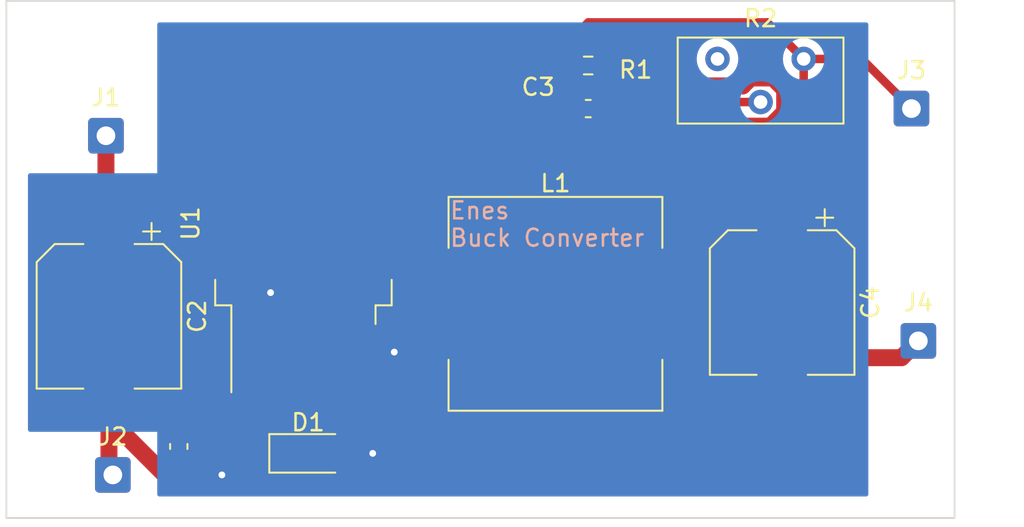
<source format=kicad_pcb>
(kicad_pcb (version 20221018) (generator pcbnew)
  (layers (0 "F.Cu" signal) (31 "B.Cu" signal) (34 "B.Paste" user) (35 "F.Paste" user) (36 "B.SilkS" user "B.Silkscreen") (37 "F.SilkS" user "F.Silkscreen") (38 "B.Mask" user) (39 "F.Mask" user) (44 "Edge.Cuts" user))
  (net 0 "")
  (net 1 "Net-(J1-Pin_1)")
  (net 2 "GND")
  (net 3 "Net-(U1-FB)")
  (net 4 "Net-(J3-Pin_1)")
  (net 5 "Net-(D1-K)")
  (footprint "Capacitor_SMD:CP_Elec_8x10" (layer "F.Cu") (at 134.62 119.38 -90)
    (fp_text reference "C4" (at 0 -5.2 90) (layer "F.SilkS"))
    (fp_text value "220u")
    (fp_line (start -5.5 -2.51) (end -4.5 -2.51) (stroke (width 0.12)) (layer "F.SilkS"))
    (fp_line (start -5 -3.01) (end -5 -2.01) (stroke (width 0.12)) (layer "F.SilkS"))
    (fp_line (start -4.26 -3.195563) (end -4.26 -1.51) (stroke (width 0.12)) (layer "F.SilkS"))
    (fp_line (start -4.26 -3.195563) (end -3.195563 -4.26) (stroke (width 0.12)) (layer "F.SilkS"))
    (fp_line (start -4.26 3.195563) (end -4.26 1.51) (stroke (width 0.12)) (layer "F.SilkS"))
    (fp_line (start -4.26 3.195563) (end -3.195563 4.26) (stroke (width 0.12)) (layer "F.SilkS"))
    (fp_line (start -3.195563 -4.26) (end 4.26 -4.26) (stroke (width 0.12)) (layer "F.SilkS"))
    (fp_line (start -3.195563 4.26) (end 4.26 4.26) (stroke (width 0.12)) (layer "F.SilkS"))
    (fp_line (start 4.26 -4.26) (end 4.26 -1.51) (stroke (width 0.12)) (layer "F.SilkS"))
    (fp_line (start 4.26 4.26) (end 4.26 1.51) (stroke (width 0.12)) (layer "F.SilkS"))
    (pad "1" smd roundrect (at -3.25 0 270) (size 3.5 2.5) (layers "F.Cu" "F.Paste" "F.Mask") (roundrect_rratio 0.1) (net 4 "Net-(J3-Pin_1)"))
    (pad "2" smd roundrect (at 3.25 0 270) (size 3.5 2.5) (layers "F.Cu" "F.Paste" "F.Mask") (roundrect_rratio 0.1) (net 2 "GND"))
  )
  (footprint "Diode_SMD:D_1206_3216Metric" (layer "F.Cu") (at 106.68 128.27)
    (fp_text reference "D1" (at 0 -1.82) (layer "F.SilkS"))
    (fp_text value "1N5822")
    (fp_line (start -2.285 -1.135) (end -2.285 1.135) (stroke (width 0.12)) (layer "F.SilkS"))
    (fp_line (start -2.285 1.135) (end 1.6 1.135) (stroke (width 0.12)) (layer "F.SilkS"))
    (fp_line (start 1.6 -1.135) (end -2.285 -1.135) (stroke (width 0.12)) (layer "F.SilkS"))
    (pad "1" smd roundrect (at -1.4 0) (size 1.25 1.75) (layers "F.Cu" "F.Paste" "F.Mask") (roundrect_rratio 0.2) (net 5 "Net-(D1-K)"))
    (pad "2" smd roundrect (at 1.4 0) (size 1.25 1.75) (layers "F.Cu" "F.Paste" "F.Mask") (roundrect_rratio 0.2) (net 2 "GND"))
  )
  (footprint "Connector_Wire:SolderWire-0.5sqmm_1x01_D0.9mm_OD2.1mm" (layer "F.Cu") (at 94.7674 109.5502)
    (fp_text reference "J1" (at 0 -2.25) (layer "F.SilkS"))
    (fp_text value "Conn_01x01_Pin")
    (pad "1" thru_hole roundrect (at 0 0) (size 2.1 2.1) (drill 1.1) (layers "*.Cu" "*.Mask") (roundrect_rratio 0.119048) (net 1 "Net-(J1-Pin_1)"))
  )
  (footprint "Connector_Wire:SolderWire-0.5sqmm_1x01_D0.9mm_OD2.1mm" (layer "F.Cu") (at 142.24 107.95)
    (fp_text reference "J3" (at 0 -2.25) (layer "F.SilkS"))
    (fp_text value "Conn_01x01_Pin")
    (pad "1" thru_hole roundrect (at 0 0) (size 2.1 2.1) (drill 1.1) (layers "*.Cu" "*.Mask") (roundrect_rratio 0.119048) (net 4 "Net-(J3-Pin_1)"))
  )
  (footprint "Capacitor_SMD:CP_Elec_8x10" (layer "F.Cu") (at 94.9452 120.1928 -90)
    (fp_text reference "C2" (at 0 -5.2 90) (layer "F.SilkS"))
    (fp_text value "100u")
    (fp_line (start -5.5 -2.51) (end -4.5 -2.51) (stroke (width 0.12)) (layer "F.SilkS"))
    (fp_line (start -5 -3.01) (end -5 -2.01) (stroke (width 0.12)) (layer "F.SilkS"))
    (fp_line (start -4.26 -3.195563) (end -4.26 -1.51) (stroke (width 0.12)) (layer "F.SilkS"))
    (fp_line (start -4.26 -3.195563) (end -3.195563 -4.26) (stroke (width 0.12)) (layer "F.SilkS"))
    (fp_line (start -4.26 3.195563) (end -4.26 1.51) (stroke (width 0.12)) (layer "F.SilkS"))
    (fp_line (start -4.26 3.195563) (end -3.195563 4.26) (stroke (width 0.12)) (layer "F.SilkS"))
    (fp_line (start -3.195563 -4.26) (end 4.26 -4.26) (stroke (width 0.12)) (layer "F.SilkS"))
    (fp_line (start -3.195563 4.26) (end 4.26 4.26) (stroke (width 0.12)) (layer "F.SilkS"))
    (fp_line (start 4.26 -4.26) (end 4.26 -1.51) (stroke (width 0.12)) (layer "F.SilkS"))
    (fp_line (start 4.26 4.26) (end 4.26 1.51) (stroke (width 0.12)) (layer "F.SilkS"))
    (pad "1" smd roundrect (at -3.25 0 270) (size 3.5 2.5) (layers "F.Cu" "F.Paste" "F.Mask") (roundrect_rratio 0.1) (net 1 "Net-(J1-Pin_1)"))
    (pad "2" smd roundrect (at 3.25 0 270) (size 3.5 2.5) (layers "F.Cu" "F.Paste" "F.Mask") (roundrect_rratio 0.1) (net 2 "GND"))
  )
  (footprint "Package_TO_SOT_SMD:TO-263-5_TabPin3" (layer "F.Cu") (at 106.407 114.7198 90)
    (fp_text reference "U1" (at 0 -6.65 90) (layer "F.SilkS"))
    (fp_text value "LM2596S-ADJ")
    (fp_line (start -4.825 -5.2) (end -4.825 -4.25) (stroke (width 0.12)) (layer "F.SilkS"))
    (fp_line (start -4.825 -4.25) (end -9.95 -4.25) (stroke (width 0.12)) (layer "F.SilkS"))
    (fp_line (start -4.825 4.25) (end -5.925 4.25) (stroke (width 0.12)) (layer "F.SilkS"))
    (fp_line (start -4.825 5.2) (end -4.825 4.25) (stroke (width 0.12)) (layer "F.SilkS"))
    (fp_line (start -3.325 -5.2) (end -4.825 -5.2) (stroke (width 0.12)) (layer "F.SilkS"))
    (fp_line (start -3.325 5.2) (end -4.825 5.2) (stroke (width 0.12)) (layer "F.SilkS"))
    (pad "1" smd roundrect (at -7.65 -3.4 90) (size 4.6 1.1) (layers "F.Cu" "F.Paste" "F.Mask") (roundrect_rratio 0.227273) (net 1 "Net-(J1-Pin_1)"))
    (pad "2" smd roundrect (at -7.65 -1.7 90) (size 4.6 1.1) (layers "F.Cu" "F.Paste" "F.Mask") (roundrect_rratio 0.227273) (net 5 "Net-(D1-K)"))
    (pad "3" smd roundrect (at -7.65 0 90) (size 4.6 1.1) (layers "F.Cu" "F.Paste" "F.Mask") (roundrect_rratio 0.227273) (net 2 "GND"))
    (pad "3" smd roundrect (at -0.925 -2.775 90) (size 4.55 5.25) (layers "F.Cu" "F.Paste") (roundrect_rratio 0.054945) (net 2 "GND"))
    (pad "3" smd roundrect (at -0.925 2.775 90) (size 4.55 5.25) (layers "F.Cu" "F.Paste") (roundrect_rratio 0.054945) (net 2 "GND"))
    (pad "3" smd roundrect (at 1.5 0 90) (size 9.4 10.8) (layers "F.Cu" "F.Mask") (roundrect_rratio 0.026596) (net 2 "GND"))
    (pad "3" smd roundrect (at 3.925 -2.775 90) (size 4.55 5.25) (layers "F.Cu" "F.Paste") (roundrect_rratio 0.054945) (net 2 "GND"))
    (pad "3" smd roundrect (at 3.925 2.775 90) (size 4.55 5.25) (layers "F.Cu" "F.Paste") (roundrect_rratio 0.054945) (net 2 "GND"))
    (pad "4" smd roundrect (at -7.65 1.7 90) (size 4.6 1.1) (layers "F.Cu" "F.Paste" "F.Mask") (roundrect_rratio 0.227273) (net 3 "Net-(U1-FB)"))
    (pad "5" smd roundrect (at -7.65 3.4 90) (size 4.6 1.1) (layers "F.Cu" "F.Paste" "F.Mask") (roundrect_rratio 0.227273) (net 2 "GND"))
  )
  (footprint "Connector_Wire:SolderWire-0.5sqmm_1x01_D0.9mm_OD2.1mm" (layer "F.Cu") (at 95.1738 129.54)
    (fp_text reference "J2" (at 0 -2.25) (layer "F.SilkS"))
    (fp_text value "Conn_01x01_Pin")
    (pad "1" thru_hole roundrect (at 0 0) (size 2.1 2.1) (drill 1.1) (layers "*.Cu" "*.Mask") (roundrect_rratio 0.119048) (net 2 "GND"))
  )
  (footprint "Capacitor_SMD:C_0603_1608Metric_Pad1.08x0.95mm_HandSolder" (layer "F.Cu") (at 99.06 127.8625 -90)
    (fp_text reference "C1" hide)
    (fp_text value "100n")
    (fp_line (start -0.146267 -0.51) (end 0.146267 -0.51) (stroke (width 0.12)) (layer "F.SilkS"))
    (fp_line (start -0.146267 0.51) (end 0.146267 0.51) (stroke (width 0.12)) (layer "F.SilkS"))
    (pad "1" smd roundrect (at -0.8625 0 270) (size 1.075 0.95) (layers "F.Cu" "F.Paste" "F.Mask") (net 1 "Net-(J1-Pin_1)"))
    (pad "2" smd roundrect (at 0.8625 0 270) (size 1.075 0.95) (layers "F.Cu" "F.Paste" "F.Mask") (net 2 "GND"))
  )
  (footprint "Connector_Wire:SolderWire-0.5sqmm_1x01_D0.9mm_OD2.1mm" (layer "F.Cu") (at 142.6464 121.6406)
    (fp_text reference "J4" (at 0 -2.25) (layer "F.SilkS"))
    (fp_text value "Conn_01x01_Pin")
    (pad "1" thru_hole roundrect (at 0 0) (size 2.1 2.1) (drill 1.1) (layers "*.Cu" "*.Mask") (roundrect_rratio 0.119048) (net 2 "GND"))
  )
  (footprint "Potentiometer_THT:Potentiometer_Bourns_3296Y_Vertical" (layer "F.Cu") (at 135.89 105.024)
    (fp_text reference "R2" (at -2.54 -2.39) (layer "F.SilkS"))
    (fp_text value "R_Trim")
    (fp_line (start -7.425 -1.26) (end -7.425 3.81) (stroke (width 0.12)) (layer "F.SilkS"))
    (fp_line (start -7.425 -1.26) (end 2.345 -1.26) (stroke (width 0.12)) (layer "F.SilkS"))
    (fp_line (start -7.425 3.81) (end 2.345 3.81) (stroke (width 0.12)) (layer "F.SilkS"))
    (fp_line (start 2.345 -1.26) (end 2.345 3.81) (stroke (width 0.12)) (layer "F.SilkS"))
    (pad "1" thru_hole circle (at 0 0) (size 1.44 1.44) (drill 0.8) (layers "*.Cu" "*.Mask") (net 4 "Net-(J3-Pin_1)"))
    (pad "2" thru_hole circle (at -2.54 2.54) (size 1.44 1.44) (drill 0.8) (layers "*.Cu" "*.Mask") (net 3 "Net-(U1-FB)"))
    (pad "3" thru_hole circle (at -5.08 0) (size 1.44 1.44) (drill 0.8) (layers "*.Cu" "*.Mask"))
  )
  (footprint "Inductor_SMD:L_12x12mm_H6mm" (layer "F.Cu") (at 121.2596 119.4562)
    (fp_text reference "L1" (at 0 -7.1) (layer "F.SilkS"))
    (fp_text value "470m")
    (fp_line (start -6.3 -6.3) (end 6.3 -6.3) (stroke (width 0.12)) (layer "F.SilkS"))
    (fp_line (start -6.3 -3.3) (end -6.3 -6.3) (stroke (width 0.12)) (layer "F.SilkS"))
    (fp_line (start -6.3 6.3) (end -6.3 3.3) (stroke (width 0.12)) (layer "F.SilkS"))
    (fp_line (start 6.3 -6.3) (end 6.3 -3.3) (stroke (width 0.12)) (layer "F.SilkS"))
    (fp_line (start 6.3 3.3) (end 6.3 6.3) (stroke (width 0.12)) (layer "F.SilkS"))
    (fp_line (start 6.3 6.3) (end -6.3 6.3) (stroke (width 0.12)) (layer "F.SilkS"))
    (pad "1" smd rect (at -4.95 0) (size 2.9 5.4) (layers "F.Cu" "F.Paste" "F.Mask") (net 5 "Net-(D1-K)"))
    (pad "2" smd rect (at 4.95 0) (size 2.9 5.4) (layers "F.Cu" "F.Paste" "F.Mask") (net 4 "Net-(J3-Pin_1)"))
  )
  (footprint "Capacitor_SMD:C_0603_1608Metric_Pad1.08x0.95mm_HandSolder" (layer "F.Cu") (at 123.19 107.95 180)
    (fp_text reference "C3" (at 2.9475 1.27) (layer "F.SilkS"))
    (fp_text value "100n")
    (fp_line (start -0.146267 -0.51) (end 0.146267 -0.51) (stroke (width 0.12)) (layer "F.SilkS"))
    (fp_line (start -0.146267 0.51) (end 0.146267 0.51) (stroke (width 0.12)) (layer "F.SilkS"))
    (pad "1" smd roundrect (at -0.8625 0 180) (size 1.075 0.95) (layers "F.Cu" "F.Paste" "F.Mask") (net 3 "Net-(U1-FB)"))
    (pad "2" smd roundrect (at 0.8625 0 180) (size 1.075 0.95) (layers "F.Cu" "F.Paste" "F.Mask") (net 4 "Net-(J3-Pin_1)"))
  )
  (footprint "Resistor_SMD:R_0603_1608Metric_Pad0.98x0.95mm_HandSolder" (layer "F.Cu") (at 123.19 105.41)
    (fp_text reference "R1" (at 2.794 0.254) (layer "F.SilkS"))
    (fp_text value "330")
    (fp_line (start -0.254724 -0.5225) (end 0.254724 -0.5225) (stroke (width 0.12)) (layer "F.SilkS"))
    (fp_line (start -0.254724 0.5225) (end 0.254724 0.5225) (stroke (width 0.12)) (layer "F.SilkS"))
    (pad "1" smd roundrect (at -0.9125 0) (size 0.975 0.95) (layers "F.Cu" "F.Paste" "F.Mask") (net 3 "Net-(U1-FB)"))
    (pad "2" smd roundrect (at 0.9125 0) (size 0.975 0.95) (layers "F.Cu" "F.Paste" "F.Mask") (net 2 "GND"))
  )
  (gr_poly (pts (xy 88.9 132.08) (xy 88.9 101.6) (xy 144.78 101.6) (xy 144.78 132.08)) (stroke (width 0.1)) (fill none) (layer "Edge.Cuts"))
  (gr_text "Enes\nBuck Converter" (at 114.9596 116.1562) (layer "B.SilkS") (effects (font (size 1 1)) (justify left bottom)))
  (segment (start 99.06 121.0576) (end 99.06 127) (width 1) (layer "F.Cu") (net 1))
  (segment (start 103.007 122.3698) (end 103.007 123.053) (width 1) (layer "F.Cu") (net 1))
  (segment (start 94.9452 116.9428) (end 99.06 121.0576) (width 1) (layer "F.Cu") (net 1))
  (segment (start 103.007 123.053) (end 99.06 127) (width 1) (layer "F.Cu") (net 1))
  (segment (start 94.7674 116.765) (end 94.9452 116.9428) (width 1) (layer "F.Cu") (net 1))
  (segment (start 94.7674 109.5502) (end 94.7674 116.765) (width 1) (layer "F.Cu") (net 1))
  (segment (start 131.046 108.984) (end 121.213679 118.816321) (width 1) (layer "F.Cu") (net 2))
  (segment (start 134.77 106.83) (end 134.77 108.152184) (width 1) (layer "F.Cu") (net 2))
  (segment (start 94.9452 123.4428) (end 94.9452 126.2402) (width 1) (layer "F.Cu") (net 2))
  (segment (start 124.1025 105.41) (end 125.3065 106.614) (width 1) (layer "F.Cu") (net 2))
  (segment (start 121.213679 119.943679) (end 124.1262 122.8562) (width 1) (layer "F.Cu") (net 2))
  (segment (start 104.6226 118.8212) (end 104.4702 118.7958) (width 1) (layer "F.Cu") (net 2))
  (segment (start 134.3938 122.8562) (end 134.62 122.63) (width 1) (layer "F.Cu") (net 2))
  (segment (start 111.778 122.3698) (end 111.8108 122.4026) (width 0.5) (layer "F.Cu") (net 2))
  (segment (start 133.938184 108.984) (end 131.046 108.984) (width 1) (layer "F.Cu") (net 2))
  (segment (start 104.4702 118.7958) (end 104.5718 118.8212) (width 1) (layer "F.Cu") (net 2))
  (segment (start 132.291816 106.614) (end 132.761816 106.144) (width 1) (layer "F.Cu") (net 2))
  (segment (start 132.761816 106.144) (end 134.084 106.144) (width 1) (layer "F.Cu") (net 2))
  (segment (start 94.9452 129.3114) (end 95.1738 129.54) (width 1) (layer "F.Cu") (net 2))
  (segment (start 125.3065 106.614) (end 132.291816 106.614) (width 1) (layer "F.Cu") (net 2))
  (segment (start 100.785 128.725) (end 101.6 129.54) (width 1) (layer "F.Cu") (net 2))
  (segment (start 106.407 122.3698) (end 106.407 119.38) (width 1) (layer "F.Cu") (net 2))
  (segment (start 110.49 128.27) (end 108.08 128.27) (width 1) (layer "F.Cu") (net 2))
  (segment (start 106.407 118.8212) (end 104.6226 118.8212) (width 1) (layer "F.Cu") (net 2))
  (segment (start 106.407 118.8212) (end 106.407 113.2198) (width 1) (layer "F.Cu") (net 2))
  (segment (start 134.77 108.152184) (end 133.938184 108.984) (width 1) (layer "F.Cu") (net 2))
  (segment (start 98.245 129.54) (end 99.06 128.725) (width 1) (layer "F.Cu") (net 2))
  (segment (start 121.213679 118.816321) (end 121.213679 119.943679) (width 1) (layer "F.Cu") (net 2))
  (segment (start 99.06 128.725) (end 100.785 128.725) (width 1) (layer "F.Cu") (net 2))
  (segment (start 109.807 122.3698) (end 111.76 122.301) (width 0.5) (layer "F.Cu") (net 2))
  (segment (start 104.5718 118.8212) (end 104.5972 118.8212) (width 1) (layer "F.Cu") (net 2))
  (segment (start 134.62 122.63) (end 141.657 122.63) (width 1) (layer "F.Cu") (net 2))
  (segment (start 141.657 122.63) (end 142.6464 121.6406) (width 1) (layer "F.Cu") (net 2))
  (segment (start 94.9452 126.2402) (end 98.245 129.54) (width 1) (layer "F.Cu") (net 2))
  (segment (start 124.1262 122.8562) (end 134.3938 122.8562) (width 1) (layer "F.Cu") (net 2))
  (segment (start 118.7124 128.27) (end 124.1262 122.8562) (width 1) (layer "F.Cu") (net 2))
  (segment (start 106.407 119.38) (end 106.407 118.8212) (width 1) (layer "F.Cu") (net 2))
  (segment (start 94.9452 123.4428) (end 94.9452 129.3114) (width 1) (layer "F.Cu") (net 2))
  (segment (start 111.76 122.301) (end 111.778 122.3698) (width 0.5) (layer "F.Cu") (net 2))
  (segment (start 110.49 128.27) (end 118.7124 128.27) (width 1) (layer "F.Cu") (net 2))
  (segment (start 134.084 106.144) (end 134.77 106.83) (width 1) (layer "F.Cu") (net 2))
  (via (at 101.6 129.54) (size 0.8) (drill 0.4) (layers "F.Cu" "B.Cu") (net 2))
  (via (at 111.76 122.301) (size 0.8) (drill 0.4) (layers "F.Cu" "B.Cu") (net 2))
  (via (at 104.4702 118.7958) (size 0.8) (drill 0.4) (layers "F.Cu" "B.Cu") (net 2))
  (via (at 110.49 128.27) (size 0.8) (drill 0.4) (layers "F.Cu" "B.Cu") (net 2))
  (segment (start 124.0525 107.185) (end 122.2775 105.41) (width 0.5) (layer "F.Cu") (net 3))
  (segment (start 133.35 107.564) (end 124.4385 107.564) (width 0.5) (layer "F.Cu") (net 3))
  (segment (start 122.920825 109.22) (end 124.0525 108.088325) (width 0.5) (layer "F.Cu") (net 3))
  (segment (start 121.350302 109.22) (end 122.920825 109.22) (width 1) (layer "F.Cu") (net 3))
  (segment (start 124.0525 108.088325) (end 124.0525 107.95) (width 1) (layer "F.Cu") (net 3))
  (segment (start 108.107 122.3698) (end 108.107 119.223) (width 1) (layer "F.Cu") (net 3))
  (segment (start 111.347302 119.223) (end 121.350302 109.22) (width 1) (layer "F.Cu") (net 3))
  (segment (start 108.107 119.223) (end 111.347302 119.223) (width 1) (layer "F.Cu") (net 3))
  (segment (start 124.4385 107.564) (end 124.0525 107.95) (width 0.5) (layer "F.Cu") (net 3))
  (segment (start 124.0525 107.95) (end 124.0525 107.185) (width 1) (layer "F.Cu") (net 3))
  (segment (start 135.89 114.86) (end 135.89 105.024) (width 0.5) (layer "F.Cu") (net 4))
  (segment (start 123.19 102.87) (end 133.736 102.87) (width 0.5) (layer "F.Cu") (net 4))
  (segment (start 134.62 116.13) (end 135.89 114.86) (width 0.5) (layer "F.Cu") (net 4))
  (segment (start 133.736 102.87) (end 135.89 105.024) (width 0.5) (layer "F.Cu") (net 4))
  (segment (start 121.34 106.9625) (end 121.34 104.72) (width 0.5) (layer "F.Cu") (net 4))
  (segment (start 131.2938 119.4562) (end 134.62 116.13) (width 0.5) (layer "F.Cu") (net 4))
  (segment (start 121.34 104.72) (end 123.19 102.87) (width 0.5) (layer "F.Cu") (net 4))
  (segment (start 126.2096 119.4562) (end 131.2938 119.4562) (width 0.5) (layer "F.Cu") (net 4))
  (segment (start 139.314 105.024) (end 142.24 107.95) (width 0.5) (layer "F.Cu") (net 4))
  (segment (start 122.3275 107.95) (end 121.34 106.9625) (width 0.5) (layer "F.Cu") (net 4))
  (segment (start 135.89 105.024) (end 139.314 105.024) (width 0.5) (layer "F.Cu") (net 4))
  (segment (start 104.707 122.3698) (end 104.707 125.73) (width 0.5) (layer "F.Cu") (net 5))
  (segment (start 116.3096 122.4504) (end 113.03 125.73) (width 0.5) (layer "F.Cu") (net 5))
  (segment (start 116.3096 119.4562) (end 116.3096 122.4504) (width 0.5) (layer "F.Cu") (net 5))
  (segment (start 113.03 125.73) (end 104.707 125.73) (width 0.5) (layer "F.Cu") (net 5))
  (segment (start 104.707 125.73) (end 104.707 127.697) (width 0.5) (layer "F.Cu") (net 5))
  (segment (start 104.707 127.697) (end 105.28 128.27) (width 0.5) (layer "F.Cu") (net 5))
  (zone (net 2) (net_name "GND") (layer "B.Cu") (connect_pads (clearance 0.5)) (min_thickness 0.25) (fill yes (thermal_gap 0.5) (thermal_bridge_width 0.5))
    (polygon (pts (xy 97.79 102.87) (xy 139.7 102.87) (xy 139.7 130.81) (xy 97.79 130.81) (xy 97.79 127) (xy 90.17 127) (xy 90.17 111.76) (xy 97.79 111.76)))
  )
)
</source>
